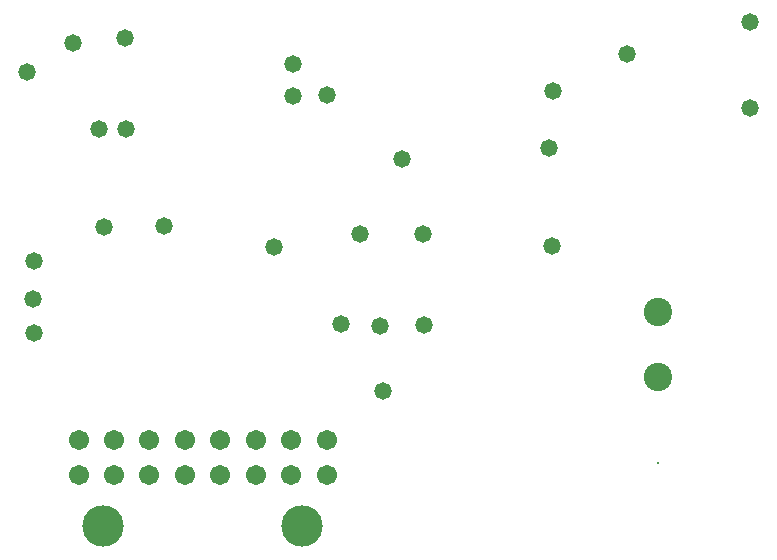
<source format=gbs>
G04*
G04 #@! TF.GenerationSoftware,Altium Limited,Altium Designer,19.0.15 (446)*
G04*
G04 Layer_Color=16711935*
%FSLAX25Y25*%
%MOIN*%
G70*
G01*
G75*
%ADD47C,0.00800*%
%ADD48C,0.09461*%
%ADD49C,0.06706*%
%ADD50C,0.13792*%
%ADD51C,0.05800*%
D47*
X275325Y40945D02*
D03*
D48*
Y69685D02*
D03*
Y91339D02*
D03*
D49*
X82087Y37087D02*
D03*
X93898D02*
D03*
X105709D02*
D03*
X117520D02*
D03*
X129331D02*
D03*
X141142D02*
D03*
X152953D02*
D03*
X164764D02*
D03*
Y48898D02*
D03*
X152953D02*
D03*
X141142D02*
D03*
X129331D02*
D03*
X117520D02*
D03*
X105709D02*
D03*
X93898D02*
D03*
X82087D02*
D03*
D50*
X90158Y20079D02*
D03*
X156693D02*
D03*
D51*
X183591Y64961D02*
D03*
X80118Y181102D02*
D03*
X64961Y171260D02*
D03*
X305906Y188189D02*
D03*
Y159449D02*
D03*
X264961Y177559D02*
D03*
X239764Y113293D02*
D03*
X240158Y164961D02*
D03*
X164961Y163779D02*
D03*
X153543Y163386D02*
D03*
X97638Y182677D02*
D03*
X189764Y142520D02*
D03*
X238976Y146063D02*
D03*
X196850Y117323D02*
D03*
X175984D02*
D03*
X147244Y112992D02*
D03*
X197244Y87008D02*
D03*
X182677Y86748D02*
D03*
X169425Y87252D02*
D03*
X90551Y119685D02*
D03*
X110630Y120079D02*
D03*
X98032Y152362D02*
D03*
X88976D02*
D03*
X67323Y108268D02*
D03*
Y84252D02*
D03*
X66823Y95850D02*
D03*
X153543Y174016D02*
D03*
M02*

</source>
